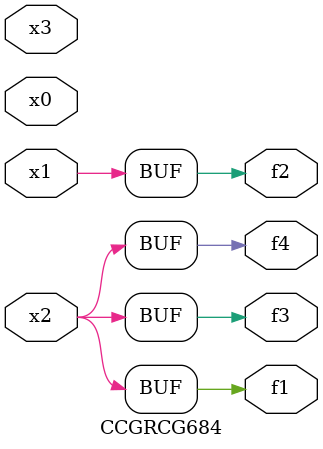
<source format=v>
module CCGRCG684(
	input x0, x1, x2, x3,
	output f1, f2, f3, f4
);
	assign f1 = x2;
	assign f2 = x1;
	assign f3 = x2;
	assign f4 = x2;
endmodule

</source>
